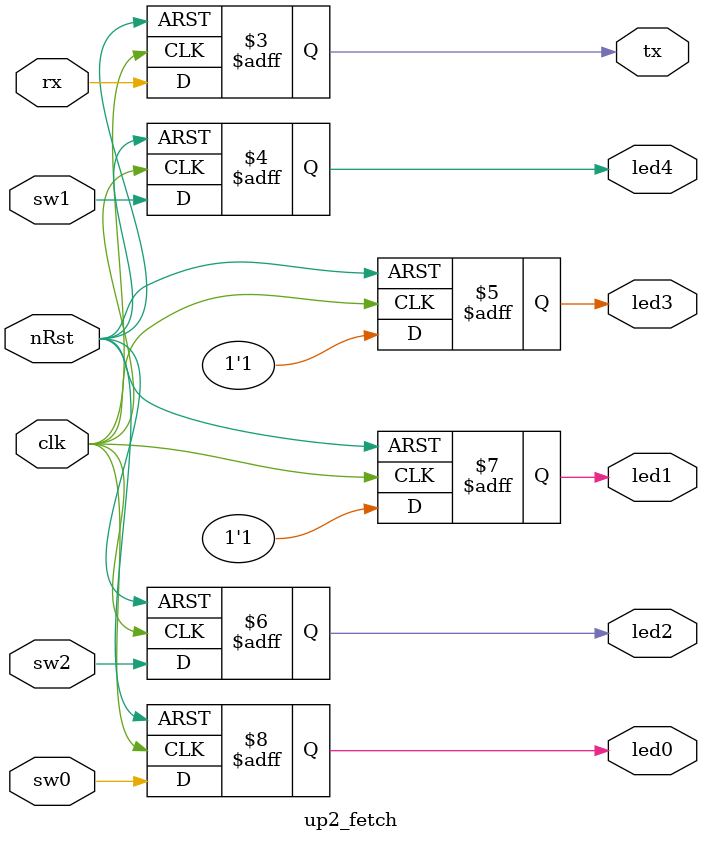
<source format=v>
`timescale 1ns/1ps
module up2_fetch(
	input				clk,
	input				nRst,
	input				rx,
	input				sw2,
	input				sw1,
	input				sw0,
	output	reg	tx,
	output	reg	led4,
	output	reg	led3,
	output	reg	led2,
	output	reg	led1,
	output	reg	led0
);

	always@(posedge clk or negedge nRst) begin
		if(!nRst) begin
			tx   <= 1'b0;
			led4 <= 1'b0;
			led3 <= 1'b0;
			led2 <= 1'b0;
			led1 <= 1'b0;
			led0 <= 1'b0;
		end else begin
			tx   <= rx;
			led4 <= sw1;
			led3 <= 1'b1;
			led2 <= sw2;
			led1 <= 1'b1;
			led0 <= sw0;
		end
	end
endmodule

</source>
